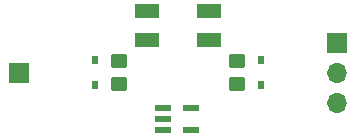
<source format=gbr>
%TF.GenerationSoftware,KiCad,Pcbnew,7.0.5*%
%TF.CreationDate,2024-02-17T16:30:34-06:00*%
%TF.ProjectId,NOTGATE,4e4f5447-4154-4452-9e6b-696361645f70,rev?*%
%TF.SameCoordinates,Original*%
%TF.FileFunction,Soldermask,Top*%
%TF.FilePolarity,Negative*%
%FSLAX46Y46*%
G04 Gerber Fmt 4.6, Leading zero omitted, Abs format (unit mm)*
G04 Created by KiCad (PCBNEW 7.0.5) date 2024-02-17 16:30:34*
%MOMM*%
%LPD*%
G01*
G04 APERTURE LIST*
G04 Aperture macros list*
%AMRoundRect*
0 Rectangle with rounded corners*
0 $1 Rounding radius*
0 $2 $3 $4 $5 $6 $7 $8 $9 X,Y pos of 4 corners*
0 Add a 4 corners polygon primitive as box body*
4,1,4,$2,$3,$4,$5,$6,$7,$8,$9,$2,$3,0*
0 Add four circle primitives for the rounded corners*
1,1,$1+$1,$2,$3*
1,1,$1+$1,$4,$5*
1,1,$1+$1,$6,$7*
1,1,$1+$1,$8,$9*
0 Add four rect primitives between the rounded corners*
20,1,$1+$1,$2,$3,$4,$5,0*
20,1,$1+$1,$4,$5,$6,$7,0*
20,1,$1+$1,$6,$7,$8,$9,0*
20,1,$1+$1,$8,$9,$2,$3,0*%
G04 Aperture macros list end*
%ADD10RoundRect,0.250000X-0.450000X0.350000X-0.450000X-0.350000X0.450000X-0.350000X0.450000X0.350000X0*%
%ADD11R,0.609600X0.660400*%
%ADD12R,1.700000X1.700000*%
%ADD13O,1.700000X1.700000*%
%ADD14RoundRect,0.102000X-0.937500X-0.525000X0.937500X-0.525000X0.937500X0.525000X-0.937500X0.525000X0*%
%ADD15RoundRect,0.102000X0.937500X0.525000X-0.937500X0.525000X-0.937500X-0.525000X0.937500X-0.525000X0*%
%ADD16R,1.473200X0.558800*%
G04 APERTURE END LIST*
D10*
%TO.C,R3*%
X160000000Y-86500000D03*
X160000000Y-88500000D03*
%TD*%
D11*
%TO.C,LED1*%
X148000000Y-88579500D03*
X148000000Y-86420500D03*
%TD*%
D10*
%TO.C,R1*%
X150000000Y-86500000D03*
X150000000Y-88500000D03*
%TD*%
D12*
%TO.C,J1*%
X141500000Y-87500000D03*
%TD*%
D11*
%TO.C,LED3*%
X162000000Y-88579500D03*
X162000000Y-86420500D03*
%TD*%
D12*
%TO.C,J3*%
X168500000Y-85000000D03*
D13*
X168500000Y-87540000D03*
X168500000Y-90080000D03*
%TD*%
D14*
%TO.C,D1*%
X152337500Y-82250000D03*
D15*
X157662500Y-82250000D03*
D14*
X152337500Y-84750000D03*
D15*
X157662500Y-84750000D03*
%TD*%
D16*
%TO.C,U1*%
X153746200Y-90489999D03*
X153746200Y-91440000D03*
X153746200Y-92390001D03*
X156133800Y-92390001D03*
X156133800Y-90489999D03*
%TD*%
M02*

</source>
